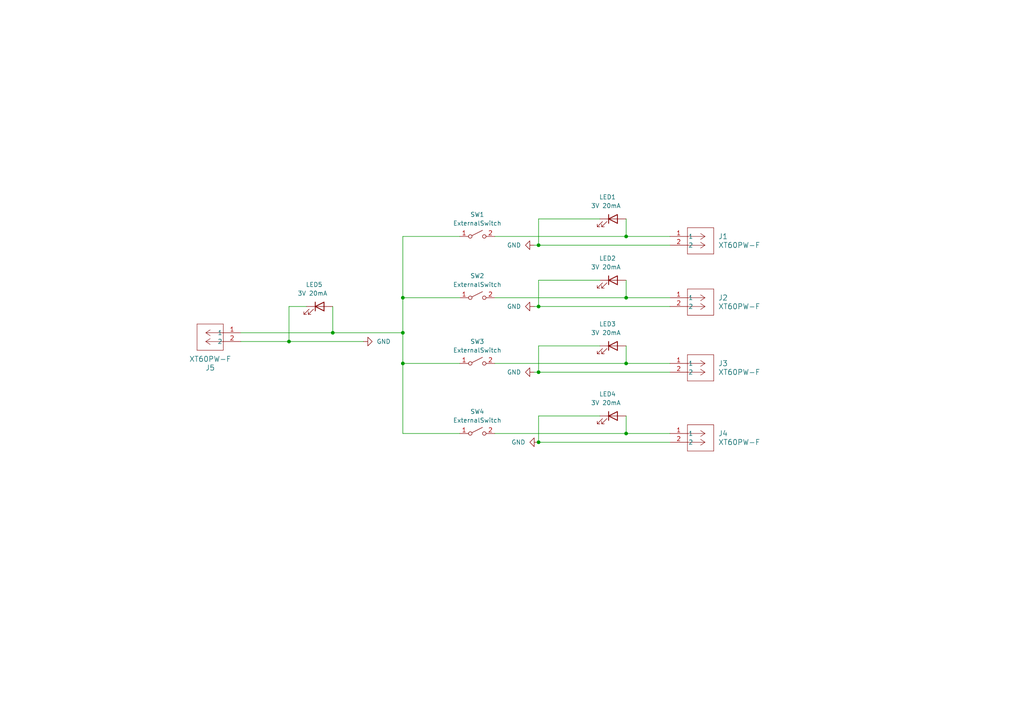
<source format=kicad_sch>
(kicad_sch (version 20230121) (generator eeschema)
  (paper "A4")
  (title_block (title "Power Board with Switches and LEDs") (company "01 Binary"))
  (lib_symbols
    (symbol "Device:LED" (pin_numbers hide) (pin_names (offset 1.016) hide)
      (property "Reference" "D" (at 0 2.54 0))
      (property "Value" "LED" (at 0 -2.54 0))
      (symbol "LED_0_1"
        (polyline (pts (xy -1.27 -1.27) (xy -1.27 1.27)) (stroke (width 0.254)))
        (polyline (pts (xy -1.27 0) (xy 1.27 0)))
        (polyline (pts (xy 1.27 -1.27) (xy 1.27 1.27) (xy -1.27 0) (xy 1.27 -1.27)) (stroke (width 0.254)))
        (polyline (pts (xy -3.048 -0.762) (xy -4.572 -2.286) (xy -3.81 -2.286) (xy -4.572 -2.286) (xy -4.572 -1.524)))
        (polyline (pts (xy -1.778 -0.762) (xy -3.302 -2.286) (xy -2.54 -2.286) (xy -3.302 -2.286) (xy -3.302 -1.524)))
      )
      (symbol "LED_1_1"
        (pin passive line (at -3.81 0 0) (length 2.54) (name "K") (number "1"))
        (pin passive line (at 3.81 0 180) (length 2.54) (name "A") (number "2"))
      )
    )
    (symbol "Switch:ExternalSwitch" (pin_names (offset 0) hide)
      (property "Reference" "SW" (at 0 3.175 0))
      (property "Value" "ExternalSwitch" (at 0 -3.81 0))
      (symbol "ExternalSwitch_0_0"
        (circle (center -2.032 0) (radius 0.508))
        (polyline (pts (xy -1.524 0.254) (xy 1.524 1.778)))
        (circle (center 2.032 0) (radius 0.508))
      )
      (symbol "ExternalSwitch_1_1"
        (pin passive line (at -5.08 0 0) (length 2.54) (name "A") (number "1"))
        (pin passive line (at 5.08 0 180) (length 2.54) (name "B") (number "2"))
      )
    )
    (symbol "XT-60:XT60PW-F" (pin_names (offset 0.254))
      (property "Reference" "J" (at 8.89 6.35 0))
      (property "Value" "XT60PW-F" (at 0 0 0))
      (symbol "XT60PW-F_1_1"
        (polyline (pts (xy 5.08 -5.08) (xy 12.7 -5.08)) (stroke (width 0.127)))
        (polyline (pts (xy 5.08 2.54) (xy 5.08 -5.08)) (stroke (width 0.127)))
        (polyline (pts (xy 10.16 -2.54) (xy 5.08 -2.54)) (stroke (width 0.127)))
        (polyline (pts (xy 10.16 -2.54) (xy 8.89 -3.3867)) (stroke (width 0.127)))
        (polyline (pts (xy 10.16 -2.54) (xy 8.89 -1.6933)) (stroke (width 0.127)))
        (polyline (pts (xy 10.16 0) (xy 5.08 0)) (stroke (width 0.127)))
        (polyline (pts (xy 10.16 0) (xy 8.89 -0.8467)) (stroke (width 0.127)))
        (polyline (pts (xy 10.16 0) (xy 8.89 0.8467)) (stroke (width 0.127)))
        (polyline (pts (xy 12.7 -5.08) (xy 12.7 2.54)) (stroke (width 0.127)))
        (polyline (pts (xy 12.7 2.54) (xy 5.08 2.54)) (stroke (width 0.127)))
        (pin unspecified line (at 0 0 0) (length 5.08) (name "1") (number "1"))
        (pin unspecified line (at 0 -2.54 0) (length 5.08) (name "2") (number "2"))
      )
      (symbol "XT60PW-F_1_2"
        (polyline (pts (xy 5.08 -5.08) (xy 12.7 -5.08)) (stroke (width 0.127)))
        (polyline (pts (xy 5.08 2.54) (xy 5.08 -5.08)) (stroke (width 0.127)))
        (polyline (pts (xy 7.62 -2.54) (xy 5.08 -2.54)) (stroke (width 0.127)))
        (polyline (pts (xy 7.62 -2.54) (xy 8.89 -3.3867)) (stroke (width 0.127)))
        (polyline (pts (xy 7.62 -2.54) (xy 8.89 -1.6933)) (stroke (width 0.127)))
        (polyline (pts (xy 7.62 0) (xy 5.08 0)) (stroke (width 0.127)))
        (polyline (pts (xy 7.62 0) (xy 8.89 -0.8467)) (stroke (width 0.127)))
        (polyline (pts (xy 7.62 0) (xy 8.89 0.8467)) (stroke (width 0.127)))
        (polyline (pts (xy 12.7 -5.08) (xy 12.7 2.54)) (stroke (width 0.127)))
        (polyline (pts (xy 12.7 2.54) (xy 5.08 2.54)) (stroke (width 0.127)))
        (pin unspecified line (at 0 0 0) (length 5.08) (name "1") (number "1"))
        (pin unspecified line (at 0 -2.54 0) (length 5.08) (name "2") (number "2"))
      )
    )
    (symbol "power:GND" (power) (pin_names (offset 0))
      (property "Value" "GND" (at 0 -3.81 0))
      (symbol "GND_0_1"
        (polyline (pts (xy 0 0) (xy 0 -1.27) (xy 1.27 -1.27) (xy 0 -2.54) (xy -1.27 -1.27) (xy 0 -1.27)))
      )
      (symbol "GND_1_1"
        (pin power_in line (at 0 0 270) (length 0) hide (name "GND") (number "1"))
      )
    )
  )
  (junction (at 156.21 128.27))
  (junction (at 181.61 105.41))
  (junction (at 156.21 71.12))
  (junction (at 156.21 88.9))
  (junction (at 96.52 96.52))
  (junction (at 83.82 99.06))
  (junction (at 116.84 96.52))
  (junction (at 156.21 107.95))
  (junction (at 116.84 105.41))
  (junction (at 181.61 86.36))
  (junction (at 181.61 125.73))
  (junction (at 181.61 68.58))
  (junction (at 116.84 86.36))
  (wire (pts (xy 116.84 125.73) (xy 133.35 125.73)))
  (wire (pts (xy 156.21 88.9) (xy 194.31 88.9)))
  (wire (pts (xy 96.52 96.52) (xy 116.84 96.52)))
  (wire (pts (xy 181.61 105.41) (xy 194.31 105.41)))
  (wire (pts (xy 154.94 71.12) (xy 156.21 71.12)))
  (wire (pts (xy 116.84 86.36) (xy 133.35 86.36)))
  (wire (pts (xy 181.61 68.58) (xy 194.31 68.58)))
  (wire (pts (xy 181.61 100.33) (xy 181.61 105.41)))
  (wire (pts (xy 143.51 68.58) (xy 181.61 68.58)))
  (wire (pts (xy 156.21 128.27) (xy 194.31 128.27)))
  (wire (pts (xy 154.94 107.95) (xy 156.21 107.95)))
  (wire (pts (xy 156.21 63.5) (xy 156.21 71.12)))
  (wire (pts (xy 181.61 125.73) (xy 194.31 125.73)))
  (wire (pts (xy 181.61 86.36) (xy 194.31 86.36)))
  (wire (pts (xy 83.82 88.9) (xy 88.9 88.9)))
  (wire (pts (xy 156.21 107.95) (xy 194.31 107.95)))
  (wire (pts (xy 83.82 99.06) (xy 105.41 99.06)))
  (wire (pts (xy 69.85 96.52) (xy 96.52 96.52)))
  (wire (pts (xy 156.21 100.33) (xy 173.99 100.33)))
  (wire (pts (xy 181.61 120.65) (xy 181.61 125.73)))
  (wire (pts (xy 116.84 86.36) (xy 116.84 68.58)))
  (wire (pts (xy 96.52 88.9) (xy 96.52 96.52)))
  (wire (pts (xy 181.61 63.5) (xy 181.61 68.58)))
  (wire (pts (xy 156.21 63.5) (xy 173.99 63.5)))
  (wire (pts (xy 143.51 105.41) (xy 181.61 105.41)))
  (wire (pts (xy 116.84 105.41) (xy 116.84 125.73)))
  (wire (pts (xy 156.21 100.33) (xy 156.21 107.95)))
  (wire (pts (xy 156.21 81.28) (xy 173.99 81.28)))
  (wire (pts (xy 156.21 71.12) (xy 194.31 71.12)))
  (wire (pts (xy 83.82 88.9) (xy 83.82 99.06)))
  (wire (pts (xy 116.84 105.41) (xy 133.35 105.41)))
  (wire (pts (xy 156.21 120.65) (xy 173.99 120.65)))
  (wire (pts (xy 181.61 81.28) (xy 181.61 86.36)))
  (wire (pts (xy 156.21 120.65) (xy 156.21 128.27)))
  (wire (pts (xy 154.94 88.9) (xy 156.21 88.9)))
  (wire (pts (xy 143.51 86.36) (xy 181.61 86.36)))
  (wire (pts (xy 69.85 99.06) (xy 83.82 99.06)))
  (wire (pts (xy 116.84 68.58) (xy 133.35 68.58)))
  (wire (pts (xy 116.84 96.52) (xy 116.84 105.41)))
  (wire (pts (xy 156.21 81.28) (xy 156.21 88.9)))
  (wire (pts (xy 143.51 125.73) (xy 181.61 125.73)))
  (wire (pts (xy 116.84 96.52) (xy 116.84 86.36)))
  (symbol (lib_id "Switch:ExternalSwitch") (at 138.43 68.58 0) (unit 1)
    (property "Reference" "SW1" (at 138.43 62.23 0))
    (property "Value" "ExternalSwitch" (at 138.43 64.77 0))
    (property "Footprint" "Button_Switch_THT:ExternalSwitch" (effects hide))
  )
  (symbol (lib_id "power:GND") (at 156.21 128.27 270) (unit 1)
    (property "Reference" "#PWR010" (effects hide))
    (property "Value" "GND" (at 152.4 128.27 90) (effects (justify right)))
  )
  (symbol (lib_id "power:GND") (at 105.41 99.06 90) (unit 1)
    (property "Reference" "#PWR02" (effects hide))
    (property "Value" "GND" (at 109.22 99.06 90) (effects (justify right)))
  )
  (symbol (lib_id "Device:LED") (at 92.71 88.9 0) (unit 1)
    (property "Reference" "LED5" (at 91.1225 82.55 0))
    (property "Value" "3V 20mA " (at 91.1225 85.09 0))
    (property "Footprint" "LED_THT:LED_D3.0mm" (effects hide))
  )
  (symbol (lib_id "Switch:ExternalSwitch") (at 138.43 105.41 0) (unit 1)
    (property "Reference" "SW3" (at 138.43 99.06 0))
    (property "Value" "ExternalSwitch" (at 138.43 101.6 0))
    (property "Footprint" "Button_Switch_THT:ExternalSwitch" (effects hide))
  )
  (symbol (lib_id "XT-60:XT60PW-F") (at 194.31 105.41 0) (unit 1)
    (property "Reference" "J3" (at 208.28 105.41 0) (effects (font (size 1.524 1.524)) (justify left)))
    (property "Value" "XT60PW-F" (at 208.28 107.95 0) (effects (font (size 1.524 1.524)) (justify left)))
    (property "Footprint" "XT-60:XT-60-Measured" (effects hide))
    (property "Datasheet" "XT60PW-F" (effects hide))
  )
  (symbol (lib_id "XT-60:XT60PW-F") (at 194.31 86.36 0) (unit 1)
    (property "Reference" "J2" (at 208.28 86.36 0) (effects (font (size 1.524 1.524)) (justify left)))
    (property "Value" "XT60PW-F" (at 208.28 88.9 0) (effects (font (size 1.524 1.524)) (justify left)))
    (property "Footprint" "XT-60:XT-60-Measured" (effects hide))
    (property "Datasheet" "XT60PW-F" (effects hide))
  )
  (symbol (lib_id "power:GND") (at 154.94 88.9 270) (unit 1)
    (property "Reference" "#PWR06" (effects hide))
    (property "Value" "GND" (at 151.13 88.9 90) (effects (justify right)))
  )
  (symbol (lib_id "Switch:ExternalSwitch") (at 138.43 125.73 0) (unit 1)
    (property "Reference" "SW4" (at 138.43 119.38 0))
    (property "Value" "ExternalSwitch" (at 138.43 121.92 0))
    (property "Footprint" "Button_Switch_THT:ExternalSwitch" (effects hide))
  )
  (symbol (lib_id "Device:LED") (at 177.8 100.33 0) (unit 1)
    (property "Reference" "LED3" (at 176.2125 93.98 0))
    (property "Value" "3V 20mA " (at 176.2125 96.52 0))
    (property "Footprint" "LED_THT:LED_D3.0mm" (effects hide))
  )
  (symbol (lib_id "power:GND") (at 154.94 71.12 270) (unit 1)
    (property "Reference" "#PWR01" (effects hide))
    (property "Value" "GND" (at 151.13 71.12 90) (effects (justify right)))
  )
  (symbol (lib_id "XT-60:XT60PW-F") (at 194.31 68.58 0) (unit 1)
    (property "Reference" "J1" (at 208.28 68.58 0) (effects (font (size 1.524 1.524)) (justify left)))
    (property "Value" "XT60PW-F" (at 208.28 71.12 0) (effects (font (size 1.524 1.524)) (justify left)))
    (property "Footprint" "XT-60:XT-60-Measured" (effects hide))
    (property "Datasheet" "XT60PW-F" (effects hide))
  )
  (symbol (lib_id "XT-60:XT60PW-F") (at 194.31 125.73 0) (unit 1)
    (property "Reference" "J4" (at 208.28 125.73 0) (effects (font (size 1.524 1.524)) (justify left)))
    (property "Value" "XT60PW-F" (at 208.28 128.27 0) (effects (font (size 1.524 1.524)) (justify left)))
    (property "Footprint" "XT-60:XT-60-Measured" (effects hide))
    (property "Datasheet" "XT60PW-F" (effects hide))
  )
  (symbol (lib_id "XT-60:XT60PW-F") (at 69.85 96.52 0) (mirror y) (unit 1)
    (property "Reference" "J5" (at 60.96 106.68 0) (effects (font (size 1.524 1.524))))
    (property "Value" "XT60PW-F" (at 60.96 104.14 0) (effects (font (size 1.524 1.524))))
    (property "Footprint" "XT-60:XT-60-Measured" (effects hide))
    (property "Datasheet" "XT60PW-F" (effects hide))
  )
  (symbol (lib_id "Device:LED") (at 177.8 120.65 0) (unit 1)
    (property "Reference" "LED4" (at 176.2125 114.3 0))
    (property "Value" "3V 20mA " (at 176.2125 116.84 0))
    (property "Footprint" "LED_THT:LED_D3.0mm" (effects hide))
  )
  (symbol (lib_id "Device:LED") (at 177.8 81.28 0) (unit 1)
    (property "Reference" "LED2" (at 176.2125 74.93 0))
    (property "Value" "3V 20mA " (at 176.2125 77.47 0))
    (property "Footprint" "LED_THT:LED_D3.0mm" (effects hide))
  )
  (symbol (lib_id "Device:LED") (at 177.8 63.5 0) (unit 1)
    (property "Reference" "LED1" (at 176.2125 57.15 0))
    (property "Value" "3V 20mA " (at 176.2125 59.69 0))
    (property "Footprint" "LED_THT:LED_D3.0mm" (effects hide))
  )
  (symbol (lib_id "power:GND") (at 154.94 107.95 270) (unit 1)
    (property "Reference" "#PWR08" (effects hide))
    (property "Value" "GND" (at 151.13 107.95 90) (effects (justify right)))
  )
  (symbol (lib_id "Switch:ExternalSwitch") (at 138.43 86.36 0) (unit 1)
    (property "Reference" "SW2" (at 138.43 80.01 0))
    (property "Value" "ExternalSwitch" (at 138.43 82.55 0))
    (property "Footprint" "Button_Switch_THT:ExternalSwitch" (effects hide))
  )
)
</source>
